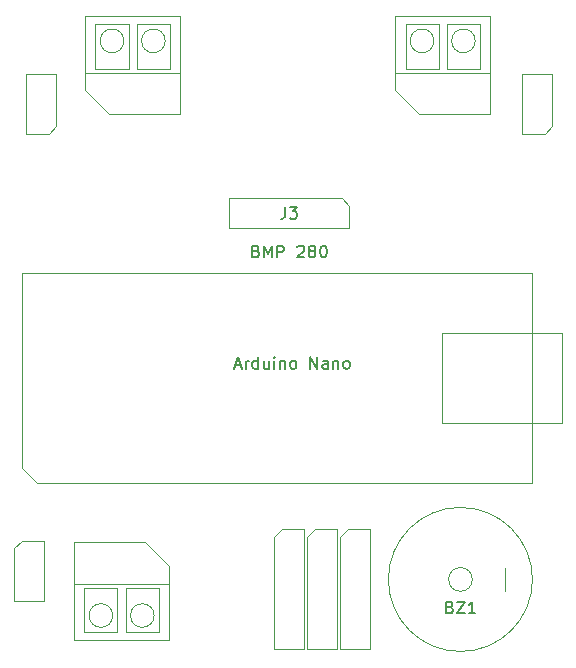
<source format=gbr>
%TF.GenerationSoftware,KiCad,Pcbnew,(6.0.1)*%
%TF.CreationDate,2022-02-20T18:55:47+01:00*%
%TF.ProjectId,NANOFC,4e414e4f-4643-42e6-9b69-6361645f7063,rev?*%
%TF.SameCoordinates,Original*%
%TF.FileFunction,AssemblyDrawing,Top*%
%FSLAX46Y46*%
G04 Gerber Fmt 4.6, Leading zero omitted, Abs format (unit mm)*
G04 Created by KiCad (PCBNEW (6.0.1)) date 2022-02-20 18:55:47*
%MOMM*%
%LPD*%
G01*
G04 APERTURE LIST*
%ADD10C,0.150000*%
%ADD11C,0.100000*%
G04 APERTURE END LIST*
D10*
%TO.C,BZ1*%
X188619047Y-113358571D02*
X188761904Y-113406190D01*
X188809523Y-113453809D01*
X188857142Y-113549047D01*
X188857142Y-113691904D01*
X188809523Y-113787142D01*
X188761904Y-113834761D01*
X188666666Y-113882380D01*
X188285714Y-113882380D01*
X188285714Y-112882380D01*
X188619047Y-112882380D01*
X188714285Y-112930000D01*
X188761904Y-112977619D01*
X188809523Y-113072857D01*
X188809523Y-113168095D01*
X188761904Y-113263333D01*
X188714285Y-113310952D01*
X188619047Y-113358571D01*
X188285714Y-113358571D01*
X189190476Y-112882380D02*
X189857142Y-112882380D01*
X189190476Y-113882380D01*
X189857142Y-113882380D01*
X190761904Y-113882380D02*
X190190476Y-113882380D01*
X190476190Y-113882380D02*
X190476190Y-112882380D01*
X190380952Y-113025238D01*
X190285714Y-113120476D01*
X190190476Y-113168095D01*
%TO.C,J3*%
X172180476Y-83208571D02*
X172323333Y-83256190D01*
X172370952Y-83303809D01*
X172418571Y-83399047D01*
X172418571Y-83541904D01*
X172370952Y-83637142D01*
X172323333Y-83684761D01*
X172228095Y-83732380D01*
X171847142Y-83732380D01*
X171847142Y-82732380D01*
X172180476Y-82732380D01*
X172275714Y-82780000D01*
X172323333Y-82827619D01*
X172370952Y-82922857D01*
X172370952Y-83018095D01*
X172323333Y-83113333D01*
X172275714Y-83160952D01*
X172180476Y-83208571D01*
X171847142Y-83208571D01*
X172847142Y-83732380D02*
X172847142Y-82732380D01*
X173180476Y-83446666D01*
X173513809Y-82732380D01*
X173513809Y-83732380D01*
X173990000Y-83732380D02*
X173990000Y-82732380D01*
X174370952Y-82732380D01*
X174466190Y-82780000D01*
X174513809Y-82827619D01*
X174561428Y-82922857D01*
X174561428Y-83065714D01*
X174513809Y-83160952D01*
X174466190Y-83208571D01*
X174370952Y-83256190D01*
X173990000Y-83256190D01*
X175704285Y-82827619D02*
X175751904Y-82780000D01*
X175847142Y-82732380D01*
X176085238Y-82732380D01*
X176180476Y-82780000D01*
X176228095Y-82827619D01*
X176275714Y-82922857D01*
X176275714Y-83018095D01*
X176228095Y-83160952D01*
X175656666Y-83732380D01*
X176275714Y-83732380D01*
X176847142Y-83160952D02*
X176751904Y-83113333D01*
X176704285Y-83065714D01*
X176656666Y-82970476D01*
X176656666Y-82922857D01*
X176704285Y-82827619D01*
X176751904Y-82780000D01*
X176847142Y-82732380D01*
X177037619Y-82732380D01*
X177132857Y-82780000D01*
X177180476Y-82827619D01*
X177228095Y-82922857D01*
X177228095Y-82970476D01*
X177180476Y-83065714D01*
X177132857Y-83113333D01*
X177037619Y-83160952D01*
X176847142Y-83160952D01*
X176751904Y-83208571D01*
X176704285Y-83256190D01*
X176656666Y-83351428D01*
X176656666Y-83541904D01*
X176704285Y-83637142D01*
X176751904Y-83684761D01*
X176847142Y-83732380D01*
X177037619Y-83732380D01*
X177132857Y-83684761D01*
X177180476Y-83637142D01*
X177228095Y-83541904D01*
X177228095Y-83351428D01*
X177180476Y-83256190D01*
X177132857Y-83208571D01*
X177037619Y-83160952D01*
X177847142Y-82732380D02*
X177942380Y-82732380D01*
X178037619Y-82780000D01*
X178085238Y-82827619D01*
X178132857Y-82922857D01*
X178180476Y-83113333D01*
X178180476Y-83351428D01*
X178132857Y-83541904D01*
X178085238Y-83637142D01*
X178037619Y-83684761D01*
X177942380Y-83732380D01*
X177847142Y-83732380D01*
X177751904Y-83684761D01*
X177704285Y-83637142D01*
X177656666Y-83541904D01*
X177609047Y-83351428D01*
X177609047Y-83113333D01*
X177656666Y-82922857D01*
X177704285Y-82827619D01*
X177751904Y-82780000D01*
X177847142Y-82732380D01*
X174656666Y-79452380D02*
X174656666Y-80166666D01*
X174609047Y-80309523D01*
X174513809Y-80404761D01*
X174370952Y-80452380D01*
X174275714Y-80452380D01*
X175037619Y-79452380D02*
X175656666Y-79452380D01*
X175323333Y-79833333D01*
X175466190Y-79833333D01*
X175561428Y-79880952D01*
X175609047Y-79928571D01*
X175656666Y-80023809D01*
X175656666Y-80261904D01*
X175609047Y-80357142D01*
X175561428Y-80404761D01*
X175466190Y-80452380D01*
X175180476Y-80452380D01*
X175085238Y-80404761D01*
X175037619Y-80357142D01*
%TO.C,A1*%
X170402857Y-92866666D02*
X170879047Y-92866666D01*
X170307619Y-93152380D02*
X170640952Y-92152380D01*
X170974285Y-93152380D01*
X171307619Y-93152380D02*
X171307619Y-92485714D01*
X171307619Y-92676190D02*
X171355238Y-92580952D01*
X171402857Y-92533333D01*
X171498095Y-92485714D01*
X171593333Y-92485714D01*
X172355238Y-93152380D02*
X172355238Y-92152380D01*
X172355238Y-93104761D02*
X172260000Y-93152380D01*
X172069523Y-93152380D01*
X171974285Y-93104761D01*
X171926666Y-93057142D01*
X171879047Y-92961904D01*
X171879047Y-92676190D01*
X171926666Y-92580952D01*
X171974285Y-92533333D01*
X172069523Y-92485714D01*
X172260000Y-92485714D01*
X172355238Y-92533333D01*
X173260000Y-92485714D02*
X173260000Y-93152380D01*
X172831428Y-92485714D02*
X172831428Y-93009523D01*
X172879047Y-93104761D01*
X172974285Y-93152380D01*
X173117142Y-93152380D01*
X173212380Y-93104761D01*
X173260000Y-93057142D01*
X173736190Y-93152380D02*
X173736190Y-92485714D01*
X173736190Y-92152380D02*
X173688571Y-92200000D01*
X173736190Y-92247619D01*
X173783809Y-92200000D01*
X173736190Y-92152380D01*
X173736190Y-92247619D01*
X174212380Y-92485714D02*
X174212380Y-93152380D01*
X174212380Y-92580952D02*
X174260000Y-92533333D01*
X174355238Y-92485714D01*
X174498095Y-92485714D01*
X174593333Y-92533333D01*
X174640952Y-92628571D01*
X174640952Y-93152380D01*
X175260000Y-93152380D02*
X175164761Y-93104761D01*
X175117142Y-93057142D01*
X175069523Y-92961904D01*
X175069523Y-92676190D01*
X175117142Y-92580952D01*
X175164761Y-92533333D01*
X175260000Y-92485714D01*
X175402857Y-92485714D01*
X175498095Y-92533333D01*
X175545714Y-92580952D01*
X175593333Y-92676190D01*
X175593333Y-92961904D01*
X175545714Y-93057142D01*
X175498095Y-93104761D01*
X175402857Y-93152380D01*
X175260000Y-93152380D01*
X176783809Y-93152380D02*
X176783809Y-92152380D01*
X177355238Y-93152380D01*
X177355238Y-92152380D01*
X178260000Y-93152380D02*
X178260000Y-92628571D01*
X178212380Y-92533333D01*
X178117142Y-92485714D01*
X177926666Y-92485714D01*
X177831428Y-92533333D01*
X178260000Y-93104761D02*
X178164761Y-93152380D01*
X177926666Y-93152380D01*
X177831428Y-93104761D01*
X177783809Y-93009523D01*
X177783809Y-92914285D01*
X177831428Y-92819047D01*
X177926666Y-92771428D01*
X178164761Y-92771428D01*
X178260000Y-92723809D01*
X178736190Y-92485714D02*
X178736190Y-93152380D01*
X178736190Y-92580952D02*
X178783809Y-92533333D01*
X178879047Y-92485714D01*
X179021904Y-92485714D01*
X179117142Y-92533333D01*
X179164761Y-92628571D01*
X179164761Y-93152380D01*
X179783809Y-93152380D02*
X179688571Y-93104761D01*
X179640952Y-93057142D01*
X179593333Y-92961904D01*
X179593333Y-92676190D01*
X179640952Y-92580952D01*
X179688571Y-92533333D01*
X179783809Y-92485714D01*
X179926666Y-92485714D01*
X180021904Y-92533333D01*
X180069523Y-92580952D01*
X180117142Y-92676190D01*
X180117142Y-92961904D01*
X180069523Y-93057142D01*
X180021904Y-93104761D01*
X179926666Y-93152380D01*
X179783809Y-93152380D01*
D11*
%TO.C,Pyro 2*%
X164900000Y-67750000D02*
X164900000Y-64000000D01*
X162100000Y-64000000D02*
X162100000Y-67750000D01*
X164900000Y-64000000D02*
X162100000Y-64000000D01*
X162100000Y-67750000D02*
X164900000Y-67750000D01*
X157750000Y-69600000D02*
X157750000Y-63300000D01*
X165750000Y-63300000D02*
X165750000Y-71600000D01*
X157750000Y-63300000D02*
X165750000Y-63300000D01*
X159750000Y-71600000D02*
X157750000Y-69600000D01*
X165750000Y-71600000D02*
X159750000Y-71600000D01*
X158600000Y-67750000D02*
X161400000Y-67750000D01*
X161400000Y-64000000D02*
X158600000Y-64000000D01*
X161400000Y-67750000D02*
X161400000Y-64000000D01*
X157750000Y-68100000D02*
X165750000Y-68100000D01*
X158600000Y-64000000D02*
X158600000Y-67750000D01*
X164500000Y-65400000D02*
G75*
G03*
X164500000Y-65400000I-1000000J0D01*
G01*
X161000000Y-65400000D02*
G75*
G03*
X161000000Y-65400000I-1000000J0D01*
G01*
%TO.C,Master ARM*%
X154270000Y-107730000D02*
X154270000Y-112810000D01*
X151730000Y-108365000D02*
X152365000Y-107730000D01*
X154270000Y-112810000D02*
X151730000Y-112810000D01*
X151730000Y-112810000D02*
X151730000Y-108365000D01*
X152365000Y-107730000D02*
X154270000Y-107730000D01*
%TO.C,BZ1*%
X193300000Y-112000000D02*
X193300000Y-110000000D01*
X190500000Y-111000000D02*
G75*
G03*
X190500000Y-111000000I-1000000J0D01*
G01*
X195600000Y-111000000D02*
G75*
G03*
X195600000Y-111000000I-6100000J0D01*
G01*
%TO.C,J3*%
X169910000Y-81270000D02*
X169910000Y-78730000D01*
X180070000Y-81270000D02*
X169910000Y-81270000D01*
X169910000Y-78730000D02*
X179435000Y-78730000D01*
X179435000Y-78730000D02*
X180070000Y-79365000D01*
X180070000Y-79365000D02*
X180070000Y-81270000D01*
%TO.C,GND*%
X179330000Y-107365000D02*
X179965000Y-106730000D01*
X179330000Y-116890000D02*
X179330000Y-107365000D01*
X181870000Y-106730000D02*
X181870000Y-116890000D01*
X179965000Y-106730000D02*
X181870000Y-106730000D01*
X181870000Y-116890000D02*
X179330000Y-116890000D01*
%TO.C,A1*%
X187960000Y-97780000D02*
X187960000Y-90160000D01*
X152400000Y-101590000D02*
X152400000Y-85080000D01*
X195580000Y-85080000D02*
X195580000Y-102860000D01*
X198120000Y-97780000D02*
X187960000Y-97780000D01*
X195580000Y-102860000D02*
X153670000Y-102860000D01*
X187960000Y-90160000D02*
X198120000Y-90160000D01*
X153670000Y-102860000D02*
X152400000Y-101590000D01*
X198120000Y-90160000D02*
X198120000Y-97780000D01*
X152400000Y-85080000D02*
X195580000Y-85080000D01*
%TO.C,P1 Arm*%
X194730000Y-68190000D02*
X197270000Y-68190000D01*
X196635000Y-73270000D02*
X194730000Y-73270000D01*
X197270000Y-68190000D02*
X197270000Y-72635000D01*
X197270000Y-72635000D02*
X196635000Y-73270000D01*
X194730000Y-73270000D02*
X194730000Y-68190000D01*
%TO.C,V+*%
X176530000Y-107365000D02*
X177165000Y-106730000D01*
X179070000Y-116890000D02*
X176530000Y-116890000D01*
X177165000Y-106730000D02*
X179070000Y-106730000D01*
X179070000Y-106730000D02*
X179070000Y-116890000D01*
X176530000Y-116890000D02*
X176530000Y-107365000D01*
%TO.C,Pyro 1*%
X191150000Y-64000000D02*
X188350000Y-64000000D01*
X187650000Y-67750000D02*
X187650000Y-64000000D01*
X184000000Y-68100000D02*
X192000000Y-68100000D01*
X184850000Y-64000000D02*
X184850000Y-67750000D01*
X187650000Y-64000000D02*
X184850000Y-64000000D01*
X188350000Y-67750000D02*
X191150000Y-67750000D01*
X186000000Y-71600000D02*
X184000000Y-69600000D01*
X192000000Y-63300000D02*
X192000000Y-71600000D01*
X184000000Y-63300000D02*
X192000000Y-63300000D01*
X191150000Y-67750000D02*
X191150000Y-64000000D01*
X184000000Y-69600000D02*
X184000000Y-63300000D01*
X184850000Y-67750000D02*
X187650000Y-67750000D01*
X192000000Y-71600000D02*
X186000000Y-71600000D01*
X188350000Y-64000000D02*
X188350000Y-67750000D01*
X187250000Y-65400000D02*
G75*
G03*
X187250000Y-65400000I-1000000J0D01*
G01*
X190750000Y-65400000D02*
G75*
G03*
X190750000Y-65400000I-1000000J0D01*
G01*
%TO.C,Power in*%
X157660000Y-111705000D02*
X157660000Y-115455000D01*
X160460000Y-111705000D02*
X157660000Y-111705000D01*
X161160000Y-115455000D02*
X163960000Y-115455000D01*
X164810000Y-109855000D02*
X164810000Y-116155000D01*
X162810000Y-107855000D02*
X164810000Y-109855000D01*
X157660000Y-115455000D02*
X160460000Y-115455000D01*
X164810000Y-116155000D02*
X156810000Y-116155000D01*
X161160000Y-111705000D02*
X161160000Y-115455000D01*
X164810000Y-111355000D02*
X156810000Y-111355000D01*
X163960000Y-111705000D02*
X161160000Y-111705000D01*
X160460000Y-115455000D02*
X160460000Y-111705000D01*
X156810000Y-116155000D02*
X156810000Y-107855000D01*
X156810000Y-107855000D02*
X162810000Y-107855000D01*
X163960000Y-115455000D02*
X163960000Y-111705000D01*
X163560000Y-114055000D02*
G75*
G03*
X163560000Y-114055000I-1000000J0D01*
G01*
X160060000Y-114055000D02*
G75*
G03*
X160060000Y-114055000I-1000000J0D01*
G01*
%TO.C,P2 Arm*%
X152730000Y-73270000D02*
X152730000Y-68190000D01*
X155270000Y-68190000D02*
X155270000Y-72635000D01*
X152730000Y-68190000D02*
X155270000Y-68190000D01*
X154635000Y-73270000D02*
X152730000Y-73270000D01*
X155270000Y-72635000D02*
X154635000Y-73270000D01*
%TO.C,SIG*%
X174365000Y-106730000D02*
X176270000Y-106730000D01*
X173730000Y-116890000D02*
X173730000Y-107365000D01*
X173730000Y-107365000D02*
X174365000Y-106730000D01*
X176270000Y-106730000D02*
X176270000Y-116890000D01*
X176270000Y-116890000D02*
X173730000Y-116890000D01*
%TD*%
M02*

</source>
